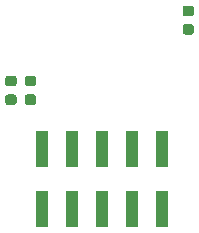
<source format=gbr>
G04 #@! TF.GenerationSoftware,KiCad,Pcbnew,5.1.5+dfsg1-2build2*
G04 #@! TF.CreationDate,2022-01-21T22:12:46+01:00*
G04 #@! TF.ProjectId,mre_addon_v2,6d72655f-6164-4646-9f6e-5f76322e6b69,V2.3*
G04 #@! TF.SameCoordinates,Original*
G04 #@! TF.FileFunction,Paste,Bot*
G04 #@! TF.FilePolarity,Positive*
%FSLAX46Y46*%
G04 Gerber Fmt 4.6, Leading zero omitted, Abs format (unit mm)*
G04 Created by KiCad (PCBNEW 5.1.5+dfsg1-2build2) date 2022-01-21 22:12:46*
%MOMM*%
%LPD*%
G04 APERTURE LIST*
%ADD10R,1.000000X3.150000*%
%ADD11C,0.100000*%
G04 APERTURE END LIST*
D10*
X124968000Y-164581600D03*
X124968000Y-169631600D03*
X127508000Y-164581600D03*
X127508000Y-169631600D03*
X130048000Y-164581600D03*
X130048000Y-169631600D03*
X132588000Y-164581600D03*
X132588000Y-169631600D03*
X135128000Y-164581600D03*
X135128000Y-169631600D03*
D11*
G36*
X137577691Y-154001053D02*
G01*
X137598926Y-154004203D01*
X137619750Y-154009419D01*
X137639962Y-154016651D01*
X137659368Y-154025830D01*
X137677781Y-154036866D01*
X137695024Y-154049654D01*
X137710930Y-154064070D01*
X137725346Y-154079976D01*
X137738134Y-154097219D01*
X137749170Y-154115632D01*
X137758349Y-154135038D01*
X137765581Y-154155250D01*
X137770797Y-154176074D01*
X137773947Y-154197309D01*
X137775000Y-154218750D01*
X137775000Y-154656250D01*
X137773947Y-154677691D01*
X137770797Y-154698926D01*
X137765581Y-154719750D01*
X137758349Y-154739962D01*
X137749170Y-154759368D01*
X137738134Y-154777781D01*
X137725346Y-154795024D01*
X137710930Y-154810930D01*
X137695024Y-154825346D01*
X137677781Y-154838134D01*
X137659368Y-154849170D01*
X137639962Y-154858349D01*
X137619750Y-154865581D01*
X137598926Y-154870797D01*
X137577691Y-154873947D01*
X137556250Y-154875000D01*
X137043750Y-154875000D01*
X137022309Y-154873947D01*
X137001074Y-154870797D01*
X136980250Y-154865581D01*
X136960038Y-154858349D01*
X136940632Y-154849170D01*
X136922219Y-154838134D01*
X136904976Y-154825346D01*
X136889070Y-154810930D01*
X136874654Y-154795024D01*
X136861866Y-154777781D01*
X136850830Y-154759368D01*
X136841651Y-154739962D01*
X136834419Y-154719750D01*
X136829203Y-154698926D01*
X136826053Y-154677691D01*
X136825000Y-154656250D01*
X136825000Y-154218750D01*
X136826053Y-154197309D01*
X136829203Y-154176074D01*
X136834419Y-154155250D01*
X136841651Y-154135038D01*
X136850830Y-154115632D01*
X136861866Y-154097219D01*
X136874654Y-154079976D01*
X136889070Y-154064070D01*
X136904976Y-154049654D01*
X136922219Y-154036866D01*
X136940632Y-154025830D01*
X136960038Y-154016651D01*
X136980250Y-154009419D01*
X137001074Y-154004203D01*
X137022309Y-154001053D01*
X137043750Y-154000000D01*
X137556250Y-154000000D01*
X137577691Y-154001053D01*
G37*
G36*
X137577691Y-152426053D02*
G01*
X137598926Y-152429203D01*
X137619750Y-152434419D01*
X137639962Y-152441651D01*
X137659368Y-152450830D01*
X137677781Y-152461866D01*
X137695024Y-152474654D01*
X137710930Y-152489070D01*
X137725346Y-152504976D01*
X137738134Y-152522219D01*
X137749170Y-152540632D01*
X137758349Y-152560038D01*
X137765581Y-152580250D01*
X137770797Y-152601074D01*
X137773947Y-152622309D01*
X137775000Y-152643750D01*
X137775000Y-153081250D01*
X137773947Y-153102691D01*
X137770797Y-153123926D01*
X137765581Y-153144750D01*
X137758349Y-153164962D01*
X137749170Y-153184368D01*
X137738134Y-153202781D01*
X137725346Y-153220024D01*
X137710930Y-153235930D01*
X137695024Y-153250346D01*
X137677781Y-153263134D01*
X137659368Y-153274170D01*
X137639962Y-153283349D01*
X137619750Y-153290581D01*
X137598926Y-153295797D01*
X137577691Y-153298947D01*
X137556250Y-153300000D01*
X137043750Y-153300000D01*
X137022309Y-153298947D01*
X137001074Y-153295797D01*
X136980250Y-153290581D01*
X136960038Y-153283349D01*
X136940632Y-153274170D01*
X136922219Y-153263134D01*
X136904976Y-153250346D01*
X136889070Y-153235930D01*
X136874654Y-153220024D01*
X136861866Y-153202781D01*
X136850830Y-153184368D01*
X136841651Y-153164962D01*
X136834419Y-153144750D01*
X136829203Y-153123926D01*
X136826053Y-153102691D01*
X136825000Y-153081250D01*
X136825000Y-152643750D01*
X136826053Y-152622309D01*
X136829203Y-152601074D01*
X136834419Y-152580250D01*
X136841651Y-152560038D01*
X136850830Y-152540632D01*
X136861866Y-152522219D01*
X136874654Y-152504976D01*
X136889070Y-152489070D01*
X136904976Y-152474654D01*
X136922219Y-152461866D01*
X136940632Y-152450830D01*
X136960038Y-152441651D01*
X136980250Y-152434419D01*
X137001074Y-152429203D01*
X137022309Y-152426053D01*
X137043750Y-152425000D01*
X137556250Y-152425000D01*
X137577691Y-152426053D01*
G37*
G36*
X122577691Y-159951053D02*
G01*
X122598926Y-159954203D01*
X122619750Y-159959419D01*
X122639962Y-159966651D01*
X122659368Y-159975830D01*
X122677781Y-159986866D01*
X122695024Y-159999654D01*
X122710930Y-160014070D01*
X122725346Y-160029976D01*
X122738134Y-160047219D01*
X122749170Y-160065632D01*
X122758349Y-160085038D01*
X122765581Y-160105250D01*
X122770797Y-160126074D01*
X122773947Y-160147309D01*
X122775000Y-160168750D01*
X122775000Y-160606250D01*
X122773947Y-160627691D01*
X122770797Y-160648926D01*
X122765581Y-160669750D01*
X122758349Y-160689962D01*
X122749170Y-160709368D01*
X122738134Y-160727781D01*
X122725346Y-160745024D01*
X122710930Y-160760930D01*
X122695024Y-160775346D01*
X122677781Y-160788134D01*
X122659368Y-160799170D01*
X122639962Y-160808349D01*
X122619750Y-160815581D01*
X122598926Y-160820797D01*
X122577691Y-160823947D01*
X122556250Y-160825000D01*
X122043750Y-160825000D01*
X122022309Y-160823947D01*
X122001074Y-160820797D01*
X121980250Y-160815581D01*
X121960038Y-160808349D01*
X121940632Y-160799170D01*
X121922219Y-160788134D01*
X121904976Y-160775346D01*
X121889070Y-160760930D01*
X121874654Y-160745024D01*
X121861866Y-160727781D01*
X121850830Y-160709368D01*
X121841651Y-160689962D01*
X121834419Y-160669750D01*
X121829203Y-160648926D01*
X121826053Y-160627691D01*
X121825000Y-160606250D01*
X121825000Y-160168750D01*
X121826053Y-160147309D01*
X121829203Y-160126074D01*
X121834419Y-160105250D01*
X121841651Y-160085038D01*
X121850830Y-160065632D01*
X121861866Y-160047219D01*
X121874654Y-160029976D01*
X121889070Y-160014070D01*
X121904976Y-159999654D01*
X121922219Y-159986866D01*
X121940632Y-159975830D01*
X121960038Y-159966651D01*
X121980250Y-159959419D01*
X122001074Y-159954203D01*
X122022309Y-159951053D01*
X122043750Y-159950000D01*
X122556250Y-159950000D01*
X122577691Y-159951053D01*
G37*
G36*
X122577691Y-158376053D02*
G01*
X122598926Y-158379203D01*
X122619750Y-158384419D01*
X122639962Y-158391651D01*
X122659368Y-158400830D01*
X122677781Y-158411866D01*
X122695024Y-158424654D01*
X122710930Y-158439070D01*
X122725346Y-158454976D01*
X122738134Y-158472219D01*
X122749170Y-158490632D01*
X122758349Y-158510038D01*
X122765581Y-158530250D01*
X122770797Y-158551074D01*
X122773947Y-158572309D01*
X122775000Y-158593750D01*
X122775000Y-159031250D01*
X122773947Y-159052691D01*
X122770797Y-159073926D01*
X122765581Y-159094750D01*
X122758349Y-159114962D01*
X122749170Y-159134368D01*
X122738134Y-159152781D01*
X122725346Y-159170024D01*
X122710930Y-159185930D01*
X122695024Y-159200346D01*
X122677781Y-159213134D01*
X122659368Y-159224170D01*
X122639962Y-159233349D01*
X122619750Y-159240581D01*
X122598926Y-159245797D01*
X122577691Y-159248947D01*
X122556250Y-159250000D01*
X122043750Y-159250000D01*
X122022309Y-159248947D01*
X122001074Y-159245797D01*
X121980250Y-159240581D01*
X121960038Y-159233349D01*
X121940632Y-159224170D01*
X121922219Y-159213134D01*
X121904976Y-159200346D01*
X121889070Y-159185930D01*
X121874654Y-159170024D01*
X121861866Y-159152781D01*
X121850830Y-159134368D01*
X121841651Y-159114962D01*
X121834419Y-159094750D01*
X121829203Y-159073926D01*
X121826053Y-159052691D01*
X121825000Y-159031250D01*
X121825000Y-158593750D01*
X121826053Y-158572309D01*
X121829203Y-158551074D01*
X121834419Y-158530250D01*
X121841651Y-158510038D01*
X121850830Y-158490632D01*
X121861866Y-158472219D01*
X121874654Y-158454976D01*
X121889070Y-158439070D01*
X121904976Y-158424654D01*
X121922219Y-158411866D01*
X121940632Y-158400830D01*
X121960038Y-158391651D01*
X121980250Y-158384419D01*
X122001074Y-158379203D01*
X122022309Y-158376053D01*
X122043750Y-158375000D01*
X122556250Y-158375000D01*
X122577691Y-158376053D01*
G37*
G36*
X124227691Y-159951053D02*
G01*
X124248926Y-159954203D01*
X124269750Y-159959419D01*
X124289962Y-159966651D01*
X124309368Y-159975830D01*
X124327781Y-159986866D01*
X124345024Y-159999654D01*
X124360930Y-160014070D01*
X124375346Y-160029976D01*
X124388134Y-160047219D01*
X124399170Y-160065632D01*
X124408349Y-160085038D01*
X124415581Y-160105250D01*
X124420797Y-160126074D01*
X124423947Y-160147309D01*
X124425000Y-160168750D01*
X124425000Y-160606250D01*
X124423947Y-160627691D01*
X124420797Y-160648926D01*
X124415581Y-160669750D01*
X124408349Y-160689962D01*
X124399170Y-160709368D01*
X124388134Y-160727781D01*
X124375346Y-160745024D01*
X124360930Y-160760930D01*
X124345024Y-160775346D01*
X124327781Y-160788134D01*
X124309368Y-160799170D01*
X124289962Y-160808349D01*
X124269750Y-160815581D01*
X124248926Y-160820797D01*
X124227691Y-160823947D01*
X124206250Y-160825000D01*
X123693750Y-160825000D01*
X123672309Y-160823947D01*
X123651074Y-160820797D01*
X123630250Y-160815581D01*
X123610038Y-160808349D01*
X123590632Y-160799170D01*
X123572219Y-160788134D01*
X123554976Y-160775346D01*
X123539070Y-160760930D01*
X123524654Y-160745024D01*
X123511866Y-160727781D01*
X123500830Y-160709368D01*
X123491651Y-160689962D01*
X123484419Y-160669750D01*
X123479203Y-160648926D01*
X123476053Y-160627691D01*
X123475000Y-160606250D01*
X123475000Y-160168750D01*
X123476053Y-160147309D01*
X123479203Y-160126074D01*
X123484419Y-160105250D01*
X123491651Y-160085038D01*
X123500830Y-160065632D01*
X123511866Y-160047219D01*
X123524654Y-160029976D01*
X123539070Y-160014070D01*
X123554976Y-159999654D01*
X123572219Y-159986866D01*
X123590632Y-159975830D01*
X123610038Y-159966651D01*
X123630250Y-159959419D01*
X123651074Y-159954203D01*
X123672309Y-159951053D01*
X123693750Y-159950000D01*
X124206250Y-159950000D01*
X124227691Y-159951053D01*
G37*
G36*
X124227691Y-158376053D02*
G01*
X124248926Y-158379203D01*
X124269750Y-158384419D01*
X124289962Y-158391651D01*
X124309368Y-158400830D01*
X124327781Y-158411866D01*
X124345024Y-158424654D01*
X124360930Y-158439070D01*
X124375346Y-158454976D01*
X124388134Y-158472219D01*
X124399170Y-158490632D01*
X124408349Y-158510038D01*
X124415581Y-158530250D01*
X124420797Y-158551074D01*
X124423947Y-158572309D01*
X124425000Y-158593750D01*
X124425000Y-159031250D01*
X124423947Y-159052691D01*
X124420797Y-159073926D01*
X124415581Y-159094750D01*
X124408349Y-159114962D01*
X124399170Y-159134368D01*
X124388134Y-159152781D01*
X124375346Y-159170024D01*
X124360930Y-159185930D01*
X124345024Y-159200346D01*
X124327781Y-159213134D01*
X124309368Y-159224170D01*
X124289962Y-159233349D01*
X124269750Y-159240581D01*
X124248926Y-159245797D01*
X124227691Y-159248947D01*
X124206250Y-159250000D01*
X123693750Y-159250000D01*
X123672309Y-159248947D01*
X123651074Y-159245797D01*
X123630250Y-159240581D01*
X123610038Y-159233349D01*
X123590632Y-159224170D01*
X123572219Y-159213134D01*
X123554976Y-159200346D01*
X123539070Y-159185930D01*
X123524654Y-159170024D01*
X123511866Y-159152781D01*
X123500830Y-159134368D01*
X123491651Y-159114962D01*
X123484419Y-159094750D01*
X123479203Y-159073926D01*
X123476053Y-159052691D01*
X123475000Y-159031250D01*
X123475000Y-158593750D01*
X123476053Y-158572309D01*
X123479203Y-158551074D01*
X123484419Y-158530250D01*
X123491651Y-158510038D01*
X123500830Y-158490632D01*
X123511866Y-158472219D01*
X123524654Y-158454976D01*
X123539070Y-158439070D01*
X123554976Y-158424654D01*
X123572219Y-158411866D01*
X123590632Y-158400830D01*
X123610038Y-158391651D01*
X123630250Y-158384419D01*
X123651074Y-158379203D01*
X123672309Y-158376053D01*
X123693750Y-158375000D01*
X124206250Y-158375000D01*
X124227691Y-158376053D01*
G37*
M02*

</source>
